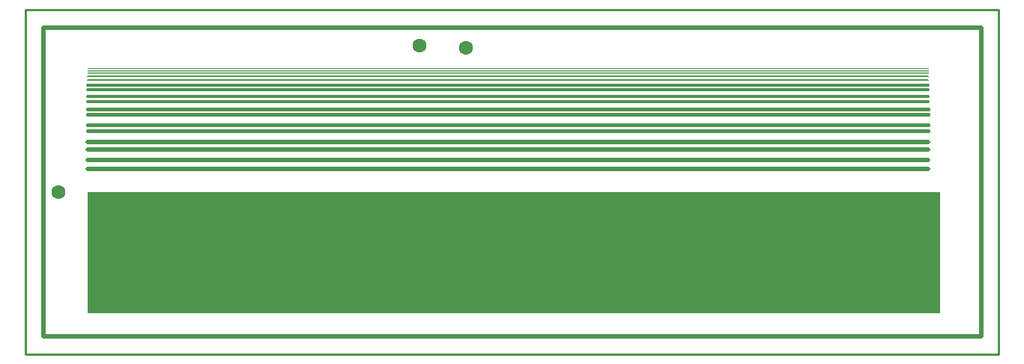
<source format=gtl>
G04 Layer_Physical_Order=1*
G04 Layer_Color=255*
%FSLAX44Y44*%
%MOMM*%
G71*
G01*
G75*
%ADD10C,0.1000*%
%ADD11C,0.5000*%
%ADD12C,0.4000*%
%ADD13C,0.3000*%
%ADD14C,0.2000*%
%ADD15C,0.2540*%
%ADD16R,96.4000X13.8000*%
%ADD17C,1.6000*%
D10*
X550000Y804000D02*
X1500000D01*
X550000Y802000D02*
X1500000D01*
X550000Y798000D02*
X1500000D01*
X550000Y800000D02*
X1500000D01*
D11*
X550000Y690000D02*
X1500000D01*
X550000Y700000D02*
X1500000D01*
X550000Y720000D02*
X1500000D01*
X550000Y712000D02*
X1500000D01*
X500000Y850000D02*
X1560000D01*
X500000Y500000D02*
Y850000D01*
X1560000Y500000D02*
Y850000D01*
X500000Y500000D02*
X1560000D01*
D12*
X550000Y733000D02*
X1500000D01*
X550000Y740000D02*
X1500000D01*
X550000Y758000D02*
X1500000D01*
X550000Y752000D02*
X1500000D01*
D13*
X550000Y766000D02*
X1500000D01*
X550000Y772000D02*
X1500000D01*
X550000Y785000D02*
X1500000D01*
X550000Y780000D02*
X1500000D01*
D14*
X550000Y791000D02*
X1500000D01*
X550000Y795000D02*
X1500000D01*
D15*
X480000Y870000D02*
X1580000D01*
Y480000D02*
Y870000D01*
X480000Y480000D02*
X1580000D01*
X480000D02*
Y870000D01*
D16*
X1032000Y595000D02*
D03*
D17*
X517000Y664000D02*
D03*
X925000Y830000D02*
D03*
X978000Y827000D02*
D03*
M02*

</source>
